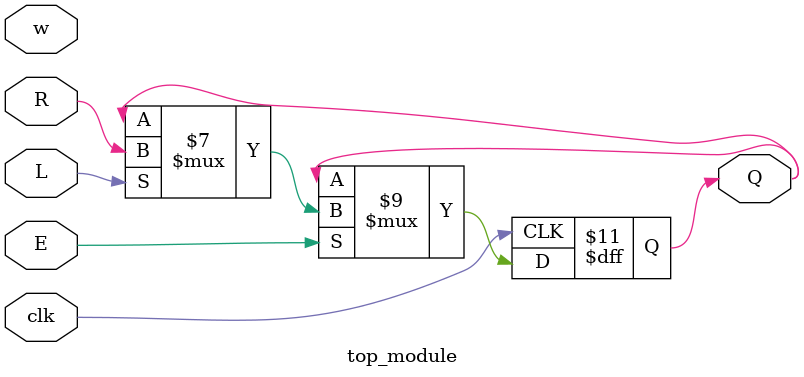
<source format=sv>
module top_module (
    input clk,
    input w,
    input R,
    input E,
    input L,
    output reg Q
);

    always @(posedge clk) begin
        if (E) begin
            if (L)
                Q <= R;
            else
                Q <= Q;
        end else begin
            Q <= Q;
        end
    end

    assign Q_next = (E & L) ? R : (E ? w : Q);

endmodule

</source>
